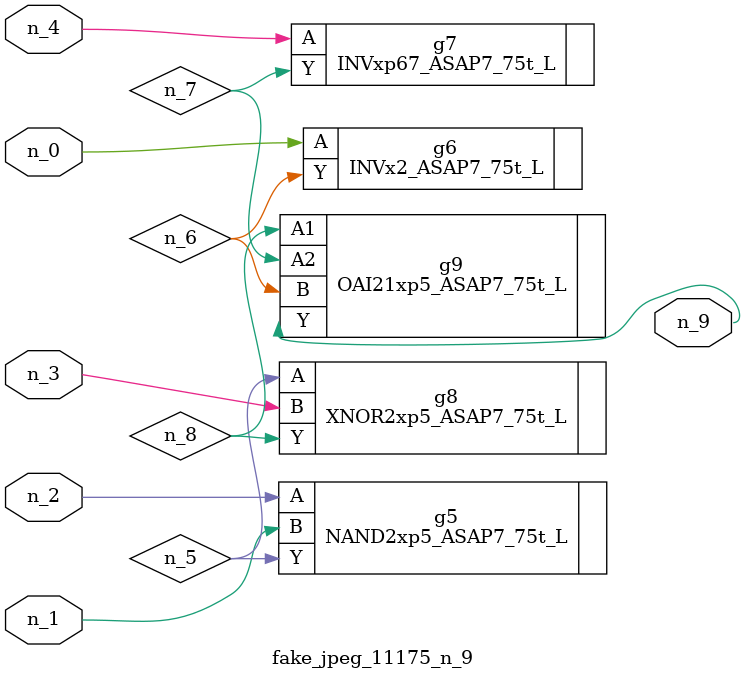
<source format=v>
module fake_jpeg_11175_n_9 (n_3, n_2, n_1, n_0, n_4, n_9);

input n_3;
input n_2;
input n_1;
input n_0;
input n_4;

output n_9;

wire n_8;
wire n_6;
wire n_5;
wire n_7;

NAND2xp5_ASAP7_75t_L g5 ( 
.A(n_2),
.B(n_1),
.Y(n_5)
);

INVx2_ASAP7_75t_L g6 ( 
.A(n_0),
.Y(n_6)
);

INVxp67_ASAP7_75t_L g7 ( 
.A(n_4),
.Y(n_7)
);

XNOR2xp5_ASAP7_75t_L g8 ( 
.A(n_5),
.B(n_3),
.Y(n_8)
);

OAI21xp5_ASAP7_75t_L g9 ( 
.A1(n_8),
.A2(n_7),
.B(n_6),
.Y(n_9)
);


endmodule
</source>
